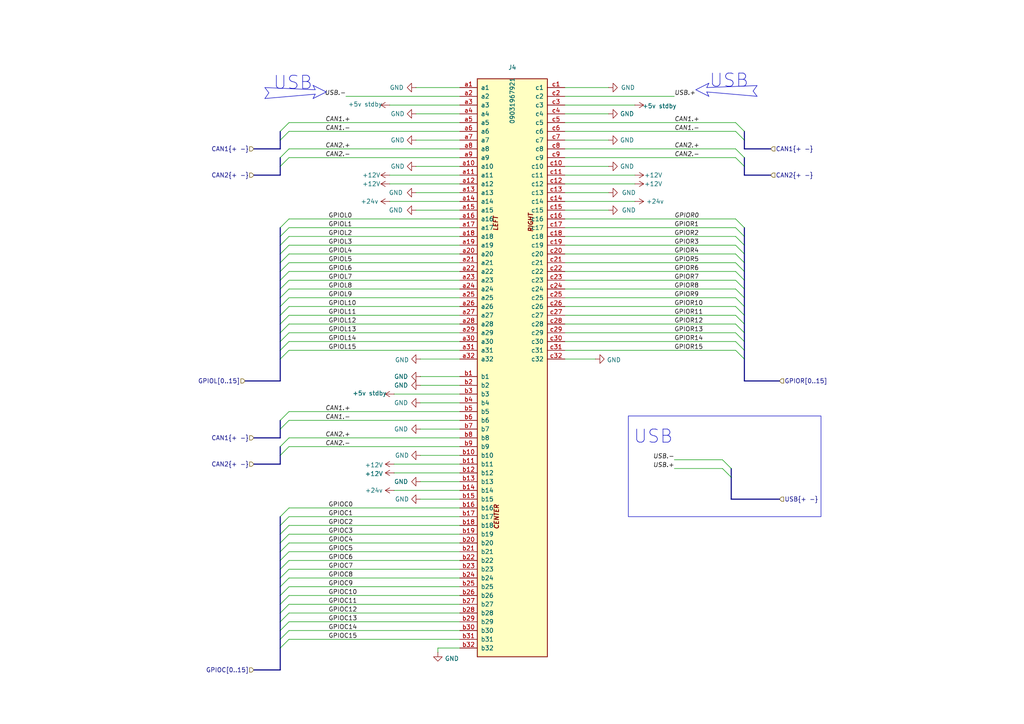
<source format=kicad_sch>
(kicad_sch (version 20231120) (generator "eeschema") (generator_version "8.0")
  (paper "A4")
  (title_block (title "DIN41612 connector breakout") (date "2024-11-14") (rev "A") (company "ModuCard system") (comment 1 "Artem Horiunov"))
  (bus_entry (at 83.82 81.28) (size -2.54 2.54))
  (bus_entry (at 213.36 35.56) (size 2.54 2.54))
  (bus_entry (at 83.82 93.98) (size -2.54 2.54))
  (bus_entry (at 83.82 154.94) (size -2.54 2.54))
  (bus_entry (at 83.82 45.72) (size -2.54 2.54))
  (bus_entry (at 213.36 96.52) (size 2.54 2.54))
  (bus_entry (at 83.82 180.34) (size -2.54 2.54))
  (bus_entry (at 213.36 68.58) (size 2.54 2.54))
  (bus_entry (at 83.82 170.18) (size -2.54 2.54))
  (bus_entry (at 213.36 76.2) (size 2.54 2.54))
  (bus_entry (at 213.36 93.98) (size 2.54 2.54))
  (bus_entry (at 83.82 165.1) (size -2.54 2.54))
  (bus_entry (at 209.55 135.89) (size 2.54 2.54))
  (bus_entry (at 209.55 133.35) (size 2.54 2.54))
  (bus_entry (at 83.82 38.1) (size -2.54 2.54))
  (bus_entry (at 83.82 119.38) (size -2.54 2.54))
  (bus_entry (at 83.82 152.4) (size -2.54 2.54))
  (bus_entry (at 83.82 35.56) (size -2.54 2.54))
  (bus_entry (at 83.82 88.9) (size -2.54 2.54))
  (bus_entry (at 213.36 78.74) (size 2.54 2.54))
  (bus_entry (at 83.82 66.04) (size -2.54 2.54))
  (bus_entry (at 83.82 177.8) (size -2.54 2.54))
  (bus_entry (at 83.82 157.48) (size -2.54 2.54))
  (bus_entry (at 213.36 38.1) (size 2.54 2.54))
  (bus_entry (at 213.36 71.12) (size 2.54 2.54))
  (bus_entry (at 83.82 175.26) (size -2.54 2.54))
  (bus_entry (at 83.82 149.86) (size -2.54 2.54))
  (bus_entry (at 83.82 99.06) (size -2.54 2.54))
  (bus_entry (at 83.82 91.44) (size -2.54 2.54))
  (bus_entry (at 213.36 66.04) (size 2.54 2.54))
  (bus_entry (at 83.82 78.74) (size -2.54 2.54))
  (bus_entry (at 83.82 96.52) (size -2.54 2.54))
  (bus_entry (at 83.82 182.88) (size -2.54 2.54))
  (bus_entry (at 83.82 76.2) (size -2.54 2.54))
  (bus_entry (at 83.82 127) (size -2.54 2.54))
  (bus_entry (at 83.82 101.6) (size -2.54 2.54))
  (bus_entry (at 83.82 167.64) (size -2.54 2.54))
  (bus_entry (at 83.82 121.92) (size -2.54 2.54))
  (bus_entry (at 213.36 81.28) (size 2.54 2.54))
  (bus_entry (at 83.82 129.54) (size -2.54 2.54))
  (bus_entry (at 83.82 160.02) (size -2.54 2.54))
  (bus_entry (at 83.82 71.12) (size -2.54 2.54))
  (bus_entry (at 83.82 172.72) (size -2.54 2.54))
  (bus_entry (at 83.82 63.5) (size -2.54 2.54))
  (bus_entry (at 213.36 91.44) (size 2.54 2.54))
  (bus_entry (at 83.82 83.82) (size -2.54 2.54))
  (bus_entry (at 213.36 43.18) (size 2.54 2.54))
  (bus_entry (at 83.82 147.32) (size -2.54 2.54))
  (bus_entry (at 213.36 86.36) (size 2.54 2.54))
  (bus_entry (at 213.36 101.6) (size 2.54 2.54))
  (bus_entry (at 83.82 68.58) (size -2.54 2.54))
  (bus_entry (at 213.36 45.72) (size 2.54 2.54))
  (bus_entry (at 213.36 63.5) (size 2.54 2.54))
  (bus_entry (at 83.82 185.42) (size -2.54 2.54))
  (bus_entry (at 213.36 73.66) (size 2.54 2.54))
  (bus_entry (at 83.82 86.36) (size -2.54 2.54))
  (bus_entry (at 83.82 73.66) (size -2.54 2.54))
  (bus_entry (at 83.82 43.18) (size -2.54 2.54))
  (bus_entry (at 213.36 88.9) (size 2.54 2.54))
  (bus_entry (at 83.82 162.56) (size -2.54 2.54))
  (bus_entry (at 213.36 99.06) (size 2.54 2.54))
  (bus_entry (at 213.36 83.82) (size 2.54 2.54))
  (bus (pts (xy 81.28 157.48) (xy 81.28 160.02)))
  (bus (pts (xy 223.52 50.8) (xy 215.9 50.8)))
  (bus (pts (xy 81.28 93.98) (xy 81.28 96.52)))
  (wire (pts (xy 213.36 76.2) (xy 163.83 76.2)))
  (wire (pts (xy 133.35 83.82) (xy 83.82 83.82)))
  (wire (pts (xy 121.92 111.76) (xy 133.35 111.76)))
  (polyline (pts (xy 76.835 25.4) (xy 91.44 26.035)))
  (bus (pts (xy 215.9 40.64) (xy 215.9 43.18)))
  (wire (pts (xy 213.36 35.56) (xy 163.83 35.56)))
  (wire (pts (xy 121.92 132.08) (xy 133.35 132.08)))
  (bus (pts (xy 81.28 182.88) (xy 81.28 185.42)))
  (wire (pts (xy 133.35 185.42) (xy 83.82 185.42)))
  (wire (pts (xy 120.65 55.88) (xy 133.35 55.88)))
  (wire (pts (xy 213.36 38.1) (xy 163.83 38.1)))
  (wire (pts (xy 127 189.23) (xy 127 187.96)))
  (wire (pts (xy 133.35 172.72) (xy 83.82 172.72)))
  (polyline (pts (xy 77.978 26.924) (xy 76.835 25.4)))
  (wire (pts (xy 121.92 116.84) (xy 133.35 116.84)))
  (bus (pts (xy 81.28 71.12) (xy 81.28 73.66)))
  (wire (pts (xy 213.36 101.6) (xy 163.83 101.6)))
  (wire (pts (xy 133.35 99.06) (xy 83.82 99.06)))
  (bus (pts (xy 81.28 99.06) (xy 81.28 101.6)))
  (bus (pts (xy 215.9 45.72) (xy 215.9 48.26)))
  (bus (pts (xy 81.28 86.36) (xy 81.28 88.9)))
  (bus (pts (xy 212.09 135.89) (xy 212.09 138.43)))
  (polyline (pts (xy 201.803 26.035) (xy 205.613 27.94)))
  (wire (pts (xy 121.92 104.14) (xy 133.35 104.14)))
  (bus (pts (xy 81.28 66.04) (xy 81.28 68.58)))
  (wire (pts (xy 133.35 93.98) (xy 83.82 93.98)))
  (wire (pts (xy 100.33 27.94) (xy 133.35 27.94)))
  (bus (pts (xy 81.28 170.18) (xy 81.28 172.72)))
  (wire (pts (xy 83.82 127) (xy 133.35 127)))
  (wire (pts (xy 133.35 177.8) (xy 83.82 177.8)))
  (wire (pts (xy 195.58 135.89) (xy 209.55 135.89)))
  (bus (pts (xy 81.28 81.28) (xy 81.28 83.82)))
  (wire (pts (xy 83.82 35.56) (xy 133.35 35.56)))
  (wire (pts (xy 83.82 45.72) (xy 133.35 45.72)))
  (bus (pts (xy 81.28 154.94) (xy 81.28 157.48)))
  (bus (pts (xy 73.66 127) (xy 81.28 127)))
  (wire (pts (xy 133.35 96.52) (xy 83.82 96.52)))
  (wire (pts (xy 176.53 48.26) (xy 163.83 48.26)))
  (wire (pts (xy 133.35 88.9) (xy 83.82 88.9)))
  (polyline (pts (xy 204.978 25.4) (xy 205.613 24.13)))
  (bus (pts (xy 215.9 81.28) (xy 215.9 83.82)))
  (wire (pts (xy 163.83 66.04) (xy 213.36 66.04)))
  (bus (pts (xy 81.28 165.1) (xy 81.28 167.64)))
  (bus (pts (xy 81.28 110.49) (xy 71.12 110.49)))
  (bus (pts (xy 215.9 93.98) (xy 215.9 96.52)))
  (wire (pts (xy 114.3 142.24) (xy 133.35 142.24)))
  (wire (pts (xy 163.83 30.48) (xy 184.15 30.48)))
  (wire (pts (xy 133.35 170.18) (xy 83.82 170.18)))
  (bus (pts (xy 81.28 132.08) (xy 81.28 134.62)))
  (wire (pts (xy 133.35 81.28) (xy 83.82 81.28)))
  (wire (pts (xy 184.15 50.8) (xy 163.83 50.8)))
  (wire (pts (xy 163.83 68.58) (xy 213.36 68.58)))
  (polyline (pts (xy 205.613 24.13) (xy 201.803 26.035)))
  (bus (pts (xy 215.9 48.26) (xy 215.9 50.8)))
  (bus (pts (xy 215.9 38.1) (xy 215.9 40.64)))
  (wire (pts (xy 120.65 60.96) (xy 133.35 60.96)))
  (wire (pts (xy 120.65 33.02) (xy 133.35 33.02)))
  (wire (pts (xy 121.92 124.46) (xy 133.35 124.46)))
  (wire (pts (xy 127 187.96) (xy 133.35 187.96)))
  (wire (pts (xy 83.82 129.54) (xy 133.35 129.54)))
  (wire (pts (xy 163.83 40.64) (xy 176.53 40.64)))
  (bus (pts (xy 81.28 121.92) (xy 81.28 124.46)))
  (wire (pts (xy 163.83 25.4) (xy 176.53 25.4)))
  (bus (pts (xy 81.28 76.2) (xy 81.28 78.74)))
  (wire (pts (xy 120.65 48.26) (xy 133.35 48.26)))
  (wire (pts (xy 213.36 81.28) (xy 163.83 81.28)))
  (bus (pts (xy 215.9 91.44) (xy 215.9 93.98)))
  (wire (pts (xy 83.82 43.18) (xy 133.35 43.18)))
  (bus (pts (xy 81.28 48.26) (xy 81.28 50.8)))
  (bus (pts (xy 81.28 194.31) (xy 73.66 194.31)))
  (polyline (pts (xy 91.44 27.305) (xy 76.835 28.575)))
  (wire (pts (xy 133.35 101.6) (xy 83.82 101.6)))
  (bus (pts (xy 81.28 167.64) (xy 81.28 170.18)))
  (wire (pts (xy 133.35 175.26) (xy 83.82 175.26)))
  (wire (pts (xy 163.83 60.96) (xy 176.53 60.96)))
  (wire (pts (xy 114.3 137.16) (xy 133.35 137.16)))
  (wire (pts (xy 83.82 121.92) (xy 133.35 121.92)))
  (bus (pts (xy 81.28 104.14) (xy 81.28 110.49)))
  (bus (pts (xy 81.28 177.8) (xy 81.28 180.34)))
  (wire (pts (xy 133.35 162.56) (xy 83.82 162.56)))
  (bus (pts (xy 215.9 104.14) (xy 215.9 110.49)))
  (bus (pts (xy 215.9 83.82) (xy 215.9 86.36)))
  (wire (pts (xy 120.65 25.4) (xy 133.35 25.4)))
  (bus (pts (xy 215.9 66.04) (xy 215.9 68.58)))
  (bus (pts (xy 215.9 68.58) (xy 215.9 71.12)))
  (bus (pts (xy 73.66 43.18) (xy 81.28 43.18)))
  (bus (pts (xy 81.28 175.26) (xy 81.28 177.8)))
  (polyline (pts (xy 218.44 26.416) (xy 219.5663 24.8237)))
  (wire (pts (xy 213.36 99.06) (xy 163.83 99.06)))
  (bus (pts (xy 81.28 180.34) (xy 81.28 182.88)))
  (bus (pts (xy 215.9 76.2) (xy 215.9 78.74)))
  (bus (pts (xy 81.28 185.42) (xy 81.28 187.96)))
  (bus (pts (xy 81.28 124.46) (xy 81.28 127)))
  (wire (pts (xy 195.58 133.35) (xy 209.55 133.35)))
  (bus (pts (xy 215.9 101.6) (xy 215.9 104.14)))
  (wire (pts (xy 83.82 149.86) (xy 133.35 149.86)))
  (polyline (pts (xy 204.978 26.67) (xy 219.583 27.94)))
  (wire (pts (xy 213.36 83.82) (xy 163.83 83.82)))
  (bus (pts (xy 212.09 144.78) (xy 226.06 144.78)))
  (bus (pts (xy 81.28 40.64) (xy 81.28 43.18)))
  (polyline (pts (xy 94.615 26.67) (xy 90.805 28.575)))
  (wire (pts (xy 213.36 88.9) (xy 163.83 88.9)))
  (wire (pts (xy 83.82 147.32) (xy 133.35 147.32)))
  (bus (pts (xy 81.28 149.86) (xy 81.28 152.4)))
  (polyline (pts (xy 76.835 28.575) (xy 77.978 26.924)))
  (wire (pts (xy 163.83 33.02) (xy 176.53 33.02)))
  (wire (pts (xy 133.35 180.34) (xy 83.82 180.34)))
  (wire (pts (xy 133.35 86.36) (xy 83.82 86.36)))
  (bus (pts (xy 81.28 38.1) (xy 81.28 40.64)))
  (wire (pts (xy 172.72 104.14) (xy 163.83 104.14)))
  (wire (pts (xy 213.36 71.12) (xy 163.83 71.12)))
  (wire (pts (xy 163.83 27.94) (xy 195.58 27.94)))
  (bus (pts (xy 215.9 73.66) (xy 215.9 76.2)))
  (wire (pts (xy 114.3 134.62) (xy 133.35 134.62)))
  (wire (pts (xy 133.35 154.94) (xy 83.82 154.94)))
  (wire (pts (xy 83.82 119.38) (xy 133.35 119.38)))
  (bus (pts (xy 81.28 96.52) (xy 81.28 99.06)))
  (bus (pts (xy 215.9 78.74) (xy 215.9 81.28)))
  (wire (pts (xy 83.82 152.4) (xy 133.35 152.4)))
  (wire (pts (xy 163.83 58.42) (xy 184.15 58.42)))
  (wire (pts (xy 114.3 114.3) (xy 133.35 114.3)))
  (wire (pts (xy 213.36 93.98) (xy 163.83 93.98)))
  (bus (pts (xy 81.28 129.54) (xy 81.28 132.08)))
  (bus (pts (xy 81.28 187.96) (xy 81.28 194.31)))
  (bus (pts (xy 215.9 96.52) (xy 215.9 99.06)))
  (wire (pts (xy 213.36 78.74) (xy 163.83 78.74)))
  (wire (pts (xy 83.82 68.58) (xy 133.35 68.58)))
  (bus (pts (xy 81.28 101.6) (xy 81.28 104.14)))
  (polyline (pts (xy 91.44 26.035) (xy 90.805 24.765)))
  (wire (pts (xy 133.35 78.74) (xy 83.82 78.74)))
  (wire (pts (xy 121.92 144.78) (xy 133.35 144.78)))
  (bus (pts (xy 81.28 88.9) (xy 81.28 91.44)))
  (bus (pts (xy 81.28 78.74) (xy 81.28 81.28)))
  (wire (pts (xy 163.83 63.5) (xy 213.36 63.5)))
  (wire (pts (xy 213.36 86.36) (xy 163.83 86.36)))
  (wire (pts (xy 133.35 73.66) (xy 83.82 73.66)))
  (wire (pts (xy 133.35 167.64) (xy 83.82 167.64)))
  (polyline (pts (xy 205.613 27.94) (xy 204.978 26.67)))
  (wire (pts (xy 133.35 76.2) (xy 83.82 76.2)))
  (bus (pts (xy 215.9 110.49) (xy 226.06 110.49)))
  (bus (pts (xy 81.28 162.56) (xy 81.28 165.1)))
  (wire (pts (xy 120.65 40.64) (xy 133.35 40.64)))
  (wire (pts (xy 213.36 91.44) (xy 163.83 91.44)))
  (polyline (pts (xy 219.583 27.94) (xy 218.44 26.416)))
  (bus (pts (xy 215.9 71.12) (xy 215.9 73.66)))
  (bus (pts (xy 73.66 50.8) (xy 81.28 50.8)))
  (bus (pts (xy 81.28 160.02) (xy 81.28 162.56)))
  (polyline (pts (xy 90.805 24.765) (xy 94.615 26.67)))
  (bus (pts (xy 215.9 86.36) (xy 215.9 88.9)))
  (wire (pts (xy 213.36 45.72) (xy 163.83 45.72)))
  (bus (pts (xy 81.28 68.58) (xy 81.28 71.12)))
  (bus (pts (xy 81.28 172.72) (xy 81.28 175.26)))
  (wire (pts (xy 121.92 109.22) (xy 133.35 109.22)))
  (wire (pts (xy 113.03 53.34) (xy 133.35 53.34)))
  (wire (pts (xy 83.82 63.5) (xy 133.35 63.5)))
  (wire (pts (xy 113.03 50.8) (xy 133.35 50.8)))
  (wire (pts (xy 133.35 182.88) (xy 83.82 182.88)))
  (wire (pts (xy 213.36 73.66) (xy 163.83 73.66)))
  (bus (pts (xy 73.66 134.62) (xy 81.28 134.62)))
  (polyline (pts (xy 90.805 28.575) (xy 91.44 27.305)))
  (wire (pts (xy 133.35 165.1) (xy 83.82 165.1)))
  (wire (pts (xy 163.83 53.34) (xy 184.15 53.34)))
  (polyline (pts (xy 219.5663 24.8237) (xy 204.978 25.4)))
  (bus (pts (xy 215.9 88.9) (xy 215.9 91.44)))
  (bus (pts (xy 81.28 152.4) (xy 81.28 154.94)))
  (wire (pts (xy 121.92 139.7) (xy 133.35 139.7)))
  (bus (pts (xy 81.28 73.66) (xy 81.28 76.2)))
  (wire (pts (xy 113.03 58.42) (xy 133.35 58.42)))
  (wire (pts (xy 83.82 38.1) (xy 133.35 38.1)))
  (bus (pts (xy 223.52 43.18) (xy 215.9 43.18)))
  (wire (pts (xy 113.03 30.48) (xy 133.35 30.48)))
  (wire (pts (xy 133.35 91.44) (xy 83.82 91.44)))
  (bus (pts (xy 212.09 138.43) (xy 212.09 144.78)))
  (wire (pts (xy 133.35 157.48) (xy 83.82 157.48)))
  (wire (pts (xy 133.35 160.02) (xy 83.82 160.02)))
  (wire (pts (xy 163.83 55.88) (xy 176.53 55.88)))
  (bus (pts (xy 81.28 83.82) (xy 81.28 86.36)))
  (bus (pts (xy 81.28 91.44) (xy 81.28 93.98)))
  (wire (pts (xy 213.36 96.52) (xy 163.83 96.52)))
  (wire (pts (xy 213.36 43.18) (xy 163.83 43.18)))
  (bus (pts (xy 215.9 99.06) (xy 215.9 101.6)))
  (wire (pts (xy 133.35 71.12) (xy 83.82 71.12)))
  (bus (pts (xy 81.28 45.72) (xy 81.28 48.26)))
  (wire (pts (xy 83.82 66.04) (xy 133.35 66.04)))
  (rectangle (start 182.245 120.65) (end 238.125 149.86))
  (text "USB\n" (at 189.484 126.746 0) (effects (font (size 3.81 3.81))))
  (text "USB\n" (at 84.963 24.13 0) (effects (font (size 3.81 3.81))))
  (text "USB\n" (at 211.455 23.495 0) (effects (font (size 3.81 3.81))))
  (label "GPIOR6" (at 195.58 78.74 0))
  (label "GPIOC9" (at 95.25 170.18 0))
  (label "USB.-" (at 195.58 133.35 180) (effects (font (italic yes))))
  (label "GPIOL5" (at 95.25 76.2 0))
  (label "GPIOR15" (at 195.58 101.6 0))
  (label "GPIOR12" (at 195.58 93.98 0))
  (label "GPIOC4" (at 95.25 157.48 0))
  (label "GPIOL14" (at 95.25 99.06 0))
  (label "CAN1.-" (at 195.58 38.1 0) (effects (font (italic yes))))
  (label "GPIOR5" (at 195.58 76.2 0))
  (label "GPIOC12" (at 95.25 177.8 0))
  (label "GPIOL15" (at 95.25 101.6 0))
  (label "GPIOL8" (at 95.25 83.82 0))
  (label "USB.-" (at 100.33 27.94 180) (effects (font (italic yes))))
  (label "CAN2.-" (at 101.6 129.54 180) (effects (font (italic yes))))
  (label "GPIOC1" (at 95.25 149.86 0))
  (label "GPIOC8" (at 95.25 167.64 0))
  (label "GPIOL10" (at 95.25 88.9 0))
  (label "CAN2.+" (at 101.6 43.18 180) (effects (font (italic yes))))
  (label "GPIOR14" (at 195.58 99.06 0))
  (label "GPIOL1" (at 95.25 66.04 0))
  (label "GPIOR13" (at 195.58 96.52 0))
  (label "CAN2.-" (at 101.6 45.72 180) (effects (font (italic yes))))
  (label "GPIOR7" (at 195.58 81.28 0))
  (label "GPIOR9" (at 195.58 86.36 0))
  (label "GPIOR2" (at 195.58 68.58 0))
  (label "GPIOL7" (at 95.25 81.28 0))
  (label "GPIOR8" (at 195.58 83.82 0))
  (label "CAN1.-" (at 101.6 38.1 180) (effects (font (italic yes))))
  (label "CAN1.+" (at 101.6 119.38 180) (effects (font (italic yes))))
  (label "GPIOL12" (at 95.25 93.98 0))
  (label "GPIOR1" (at 195.58 66.04 0))
  (label "GPIOC5" (at 95.25 160.02 0))
  (label "GPIOC7" (at 95.25 165.1 0))
  (label "CAN1.+" (at 195.58 35.56 0) (effects (font (italic yes))))
  (label "GPIOC10" (at 95.25 172.72 0))
  (label "GPIOL3" (at 95.25 71.12 0))
  (label "USB.+" (at 195.58 135.89 180) (effects (font (italic yes))))
  (label "GPIOR10" (at 195.58 88.9 0))
  (label "GPIOC14" (at 95.25 182.88 0))
  (label "GPIOL6" (at 95.25 78.74 0))
  (label "GPIOL13" (at 95.25 96.52 0))
  (label "GPIOC3" (at 95.25 154.94 0))
  (label "CAN2.+" (at 101.6 127 180) (effects (font (italic yes))))
  (label "GPIOR11" (at 195.58 91.44 0))
  (label "GPIOC2" (at 95.25 152.4 0))
  (label "GPIOC15" (at 95.25 185.42 0))
  (label "GPIOC13" (at 95.25 180.34 0))
  (label "GPIOL11" (at 95.25 91.44 0))
  (label "GPIOL0" (at 95.25 63.5 0))
  (label "GPIOR0" (at 195.58 63.5 0) (effects (font (italic yes))))
  (label "CAN1.+" (at 101.6 35.56 180) (effects (font (italic yes))))
  (label "GPIOC0" (at 95.25 147.32 0))
  (label "GPIOC11" (at 95.25 175.26 0))
  (label "GPIOC6" (at 95.25 162.56 0))
  (label "GPIOL9" (at 95.25 86.36 0))
  (label "GPIOR3" (at 195.58 71.12 0))
  (label "GPIOL4" (at 95.25 73.66 0))
  (label "CAN2.-" (at 195.58 45.72 0) (effects (font (italic yes))))
  (label "CAN1.-" (at 101.6 121.92 180) (effects (font (italic yes))))
  (label "GPIOL2" (at 95.25 68.58 0))
  (label "USB.+" (at 195.58 27.94 0) (effects (font (italic yes))))
  (label "GPIOR4" (at 195.58 73.66 0))
  (label "CAN2.+" (at 195.58 43.18 0) (effects (font (italic yes))))
  (hierarchical_label "CAN1{+ -}" (shape input) (at 73.66 127 180))
  (hierarchical_label "CAN1{+ -}" (shape input) (at 223.52 43.18 0))
  (hierarchical_label "GPIOR[0..15]" (shape input) (at 226.06 110.49 0))
  (hierarchical_label "USB{+ -}" (shape input) (at 226.06 144.78 0))
  (hierarchical_label "GPIOC[0..15]" (shape input) (at 73.66 194.31 180))
  (hierarchical_label "CAN2{+ -}" (shape input) (at 73.66 50.8 180))
  (hierarchical_label "GPIOL[0..15]" (shape input) (at 71.12 110.49 180))
  (hierarchical_label "CAN1{+ -}" (shape input) (at 73.66 43.18 180))
  (hierarchical_label "CAN2{+ -}" (shape input) (at 73.66 134.62 180))
  (hierarchical_label "CAN2{+ -}" (shape input) (at 223.52 50.8 0))
  (symbol (lib_id "power:+12V") (at 113.03 53.34 90) (mirror x) (unit 1)
    (property "Reference" "#PWR0399" (effects (hide yes)))
    (property "Value" "+12V" (at 107.696 53.34 90))
    (property "Description" "Power symbol creates a global label with name \"+12V\"" (effects (hide yes)))
    (instances (project "ModuCard-System-ActiveBackplane" (path "" (reference "#PWR0399") (unit 1)) (path "" (reference "#PWR0431") (unit 1)) (path "" (reference "#PWR0365") (unit 1)) (path "" (reference "#PWR0541") (unit 1)) (path "" (reference "#PWR0553") (unit 1)) (path "" (reference "#PWR0433") (unit 1)) (path "" (reference "#PWR0467") (unit 1)) (path "" (reference "#PWR0539") (unit 1)) (path "" (reference "#PWR0363") (unit 1)) (path "" (reference "#PWR0465") (unit 1)) (path "" (reference "#PWR0560") (unit 1)) (path "" (reference "#PWR0507") (unit 1)) (path "" (reference "#PWR0505") (unit 1)) (path "" (reference "#PWR0397") (unit 1)) (path "" (reference "#PWR0574") (unit 1)) (path "" (reference "#PWR0573") (unit 1))))
  )
  (symbol (lib_id "power:+12V") (at 184.15 50.8 270) (mirror x) (unit 1)
    (property "Reference" "#PWR0182" (effects (hide yes)))
    (property "Value" "+12V" (at 189.484 50.8 90))
    (property "Description" "Power symbol creates a global label with name \"+12V\"" (effects (hide yes)))
    (instances (project "ModuCard-System-ActiveBackplane" (path "" (reference "#PWR0182") (unit 1)) (path "" (reference "#PWR0216") (unit 1)) (path "" (reference "#PWR0114") (unit 1)) (path "" (reference "#PWR0466") (unit 1)) (path "" (reference "#PWR0506") (unit 1)) (path "" (reference "#PWR0250") (unit 1)) (path "" (reference "#PWR0330") (unit 1)) (path "" (reference "#PWR0432") (unit 1)) (path "" (reference "#PWR026") (unit 1)) (path "" (reference "#PWR0296") (unit 1)) (path "" (reference "#PWR0526") (unit 1)) (path "" (reference "#PWR0398") (unit 1)) (path "" (reference "#PWR0364") (unit 1)) (path "" (reference "#PWR0148") (unit 1)) (path "" (reference "#PWR0546") (unit 1)) (path "" (reference "#PWR0540") (unit 1))))
  )
  (symbol (lib_name "GND_1") (lib_id "power:GND") (at 121.92 124.46 270) (unit 1)
    (property "Reference" "#PWR0197" (effects (hide yes)))
    (property "Value" "GND" (at 116.332 124.46 90))
    (property "Description" "Power symbol creates a global label with name \"GND\" , ground" (effects (hide yes)))
    (instances (project "ModuCard-System-ActiveBackplane" (path "" (reference "#PWR0197") (unit 1)) (path "" (reference "#PWR0231") (unit 1)) (path "" (reference "#PWR0129") (unit 1)) (path "" (reference "#PWR0481") (unit 1)) (path "" (reference "#PWR0521") (unit 1)) (path "" (reference "#PWR0265") (unit 1)) (path "" (reference "#PWR0345") (unit 1)) (path "" (reference "#PWR0447") (unit 1)) (path "" (reference "#PWR041") (unit 1)) (path "" (reference "#PWR0311") (unit 1)) (path "" (reference "#PWR0555") (unit 1)) (path "" (reference "#PWR0413") (unit 1)) (path "" (reference "#PWR0379") (unit 1)) (path "" (reference "#PWR0163") (unit 1)) (path "" (reference "#PWR0623") (unit 1)) (path "" (reference "#PWR0589") (unit 1))))
  )
  (symbol (lib_name "GND_1") (lib_id "power:GND") (at 172.72 104.14 90) (mirror x) (unit 1)
    (property "Reference" "#PWR0192" (effects (hide yes)))
    (property "Value" "GND" (at 178.054 104.394 90))
    (property "Description" "Power symbol creates a global label with name \"GND\" , ground" (effects (hide yes)))
    (instances (project "ModuCard-System-ActiveBackplane" (path "" (reference "#PWR0192") (unit 1)) (path "" (reference "#PWR0226") (unit 1)) (path "" (reference "#PWR0124") (unit 1)) (path "" (reference "#PWR0476") (unit 1)) (path "" (reference "#PWR0516") (unit 1)) (path "" (reference "#PWR0260") (unit 1)) (path "" (reference "#PWR0340") (unit 1)) (path "" (reference "#PWR0442") (unit 1)) (path "" (reference "#PWR036") (unit 1)) (path "" (reference "#PWR0306") (unit 1)) (path "" (reference "#PWR0550") (unit 1)) (path "" (reference "#PWR0408") (unit 1)) (path "" (reference "#PWR0374") (unit 1)) (path "" (reference "#PWR0158") (unit 1)) (path "" (reference "#PWR0618") (unit 1)) (path "" (reference "#PWR0584") (unit 1))))
  )
  (symbol (lib_name "GND_1") (lib_id "power:GND") (at 121.92 116.84 270) (mirror x) (unit 1)
    (property "Reference" "#PWR0196" (effects (hide yes)))
    (property "Value" "GND" (at 116.332 116.84 90))
    (property "Description" "Power symbol creates a global label with name \"GND\" , ground" (effects (hide yes)))
    (instances (project "ModuCard-System-ActiveBackplane" (path "" (reference "#PWR0196") (unit 1)) (path "" (reference "#PWR0230") (unit 1)) (path "" (reference "#PWR0128") (unit 1)) (path "" (reference "#PWR0480") (unit 1)) (path "" (reference "#PWR0520") (unit 1)) (path "" (reference "#PWR0264") (unit 1)) (path "" (reference "#PWR0344") (unit 1)) (path "" (reference "#PWR0446") (unit 1)) (path "" (reference "#PWR040") (unit 1)) (path "" (reference "#PWR0310") (unit 1)) (path "" (reference "#PWR0554") (unit 1)) (path "" (reference "#PWR0412") (unit 1)) (path "" (reference "#PWR0378") (unit 1)) (path "" (reference "#PWR0162") (unit 1)) (path "" (reference "#PWR0622") (unit 1)) (path "" (reference "#PWR0588") (unit 1))))
  )
  (symbol (lib_id "power:GND") (at 176.53 40.64 90) (mirror x) (unit 1)
    (property "Reference" "#PWR0178" (effects (hide yes)))
    (property "Value" "GND" (at 181.864 40.64 90))
    (property "Description" "Power symbol creates a global label with name \"GND\" , ground" (effects (hide yes)))
    (instances (project "ModuCard-System-ActiveBackplane" (path "" (reference "#PWR0178") (unit 1)) (path "" (reference "#PWR0212") (unit 1)) (path "" (reference "#PWR0110") (unit 1)) (path "" (reference "#PWR0462") (unit 1)) (path "" (reference "#PWR0502") (unit 1)) (path "" (reference "#PWR0246") (unit 1)) (path "" (reference "#PWR0326") (unit 1)) (path "" (reference "#PWR0428") (unit 1)) (path "" (reference "#PWR022") (unit 1)) (path "" (reference "#PWR0292") (unit 1)) (path "" (reference "#PWR0536") (unit 1)) (path "" (reference "#PWR0394") (unit 1)) (path "" (reference "#PWR0360") (unit 1)) (path "" (reference "#PWR0144") (unit 1)) (path "" (reference "#PWR0604") (unit 1)) (path "" (reference "#PWR0570") (unit 1))))
  )
  (symbol (lib_id "power:+12V") (at 114.3 137.16 90) (unit 1)
    (property "Reference" "#PWR0200" (effects (hide yes)))
    (property "Value" "+12V" (at 108.458 137.414 90))
    (property "Description" "Power symbol creates a global label with name \"+12V\"" (effects (hide yes)))
    (instances (project "ModuCard-System-ActiveBackplane" (path "" (reference "#PWR0200") (unit 1)) (path "" (reference "#PWR0234") (unit 1)) (path "" (reference "#PWR0132") (unit 1)) (path "" (reference "#PWR0484") (unit 1)) (path "" (reference "#PWR0524") (unit 1)) (path "" (reference "#PWR0268") (unit 1)) (path "" (reference "#PWR0348") (unit 1)) (path "" (reference "#PWR0450") (unit 1)) (path "" (reference "#PWR044") (unit 1)) (path "" (reference "#PWR0314") (unit 1)) (path "" (reference "#PWR0558") (unit 1)) (path "" (reference "#PWR0416") (unit 1)) (path "" (reference "#PWR0382") (unit 1)) (path "" (reference "#PWR0166") (unit 1)) (path "" (reference "#PWR0626") (unit 1)) (path "" (reference "#PWR0592") (unit 1))))
  )
  (symbol (lib_id "power:+12V") (at 184.15 53.34 270) (mirror x) (unit 1)
    (property "Reference" "#PWR0184" (effects (hide yes)))
    (property "Value" "+12V" (at 189.484 53.34 90))
    (property "Description" "Power symbol creates a global label with name \"+12V\"" (effects (hide yes)))
    (instances (project "ModuCard-System-ActiveBackplane" (path "" (reference "#PWR0184") (unit 1)) (path "" (reference "#PWR0218") (unit 1)) (path "" (reference "#PWR0116") (unit 1)) (path "" (reference "#PWR0468") (unit 1)) (path "" (reference "#PWR0508") (unit 1)) (path "" (reference "#PWR0252") (unit 1)) (path "" (reference "#PWR0332") (unit 1)) (path "" (reference "#PWR0434") (unit 1)) (path "" (reference "#PWR028") (unit 1)) (path "" (reference "#PWR0298") (unit 1)) (path "" (reference "#PWR0542") (unit 1)) (path "" (reference "#PWR0400") (unit 1)) (path "" (reference "#PWR0366") (unit 1)) (path "" (reference "#PWR0150") (unit 1)) (path "" (reference "#PWR0610") (unit 1)) (path "" (reference "#PWR0576") (unit 1))))
  )
  (symbol (lib_name "GND_1") (lib_id "power:GND") (at 121.92 111.76 270) (mirror x) (unit 1)
    (property "Reference" "#PWR0194" (effects (hide yes)))
    (property "Value" "GND" (at 116.332 111.76 90))
    (property "Description" "Power symbol creates a global label with name \"GND\" , ground" (effects (hide yes)))
    (instances (project "ModuCard-System-ActiveBackplane" (path "" (reference "#PWR0194") (unit 1)) (path "" (reference "#PWR0228") (unit 1)) (path "" (reference "#PWR0126") (unit 1)) (path "" (reference "#PWR0478") (unit 1)) (path "" (reference "#PWR0518") (unit 1)) (path "" (reference "#PWR0262") (unit 1)) (path "" (reference "#PWR0342") (unit 1)) (path "" (reference "#PWR0444") (unit 1)) (path "" (reference "#PWR038") (unit 1)) (path "" (reference "#PWR0308") (unit 1)) (path "" (reference "#PWR0552") (unit 1)) (path "" (reference "#PWR0410") (unit 1)) (path "" (reference "#PWR0376") (unit 1)) (path "" (reference "#PWR0160") (unit 1)) (path "" (reference "#PWR0620") (unit 1)) (path "" (reference "#PWR0586") (unit 1))))
  )
  (symbol (lib_name "GND_1") (lib_id "power:GND") (at 121.92 139.7 270) (unit 1)
    (property "Reference" "#PWR0201" (effects (hide yes)))
    (property "Value" "GND" (at 116.332 139.7 90))
    (property "Description" "Power symbol creates a global label with name \"GND\" , ground" (effects (hide yes)))
    (instances (project "ModuCard-System-ActiveBackplane" (path "" (reference "#PWR0201") (unit 1)) (path "" (reference "#PWR0235") (unit 1)) (path "" (reference "#PWR0133") (unit 1)) (path "" (reference "#PWR0485") (unit 1)) (path "" (reference "#PWR0525") (unit 1)) (path "" (reference "#PWR0269") (unit 1)) (path "" (reference "#PWR0349") (unit 1)) (path "" (reference "#PWR0451") (unit 1)) (path "" (reference "#PWR045") (unit 1)) (path "" (reference "#PWR0315") (unit 1)) (path "" (reference "#PWR0559") (unit 1)) (path "" (reference "#PWR0417") (unit 1)) (path "" (reference "#PWR0383") (unit 1)) (path "" (reference "#PWR0167") (unit 1)) (path "" (reference "#PWR0627") (unit 1)) (path "" (reference "#PWR0593") (unit 1))))
  )
  (symbol (lib_id "power:+12V") (at 113.03 58.42 90) (mirror x) (unit 1)
    (property "Reference" "#PWR0187" (effects (hide yes)))
    (property "Value" "+24v" (at 107.188 58.42 90))
    (property "Description" "Power symbol creates a global label with name \"+12V\"" (effects (hide yes)))
    (instances (project "ModuCard-System-ActiveBackplane" (path "" (reference "#PWR0187") (unit 1)) (path "" (reference "#PWR0221") (unit 1)) (path "" (reference "#PWR0119") (unit 1)) (path "" (reference "#PWR0471") (unit 1)) (path "" (reference "#PWR0511") (unit 1)) (path "" (reference "#PWR0255") (unit 1)) (path "" (reference "#PWR0335") (unit 1)) (path "" (reference "#PWR0437") (unit 1)) (path "" (reference "#PWR031") (unit 1)) (path "" (reference "#PWR0301") (unit 1)) (path "" (reference "#PWR0545") (unit 1)) (path "" (reference "#PWR0403") (unit 1)) (path "" (reference "#PWR0369") (unit 1)) (path "" (reference "#PWR0153") (unit 1)) (path "" (reference "#PWR0613") (unit 1)) (path "" (reference "#PWR0579") (unit 1))))
  )
  (symbol (lib_id "power:GND") (at 120.65 25.4 270) (mirror x) (unit 1)
    (property "Reference" "#PWR0171" (effects (hide yes)))
    (property "Value" "GND" (at 115.062 25.4 90))
    (property "Description" "Power symbol creates a global label with name \"GND\" , ground" (effects (hide yes)))
    (instances (project "ModuCard-System-ActiveBackplane" (path "" (reference "#PWR0171") (unit 1)) (path "" (reference "#PWR0205") (unit 1)) (path "" (reference "#PWR0103") (unit 1)) (path "" (reference "#PWR0455") (unit 1)) (path "" (reference "#PWR0495") (unit 1)) (path "" (reference "#PWR0239") (unit 1)) (path "" (reference "#PWR0319") (unit 1)) (path "" (reference "#PWR0421") (unit 1)) (path "" (reference "#PWR015") (unit 1)) (path "" (reference "#PWR0285") (unit 1)) (path "" (reference "#PWR0529") (unit 1)) (path "" (reference "#PWR0387") (unit 1)) (path "" (reference "#PWR0353") (unit 1)) (path "" (reference "#PWR0137") (unit 1)) (path "" (reference "#PWR0597") (unit 1)) (path "" (reference "#PWR0563") (unit 1))))
  )
  (symbol (lib_id "power:GND") (at 120.65 48.26 270) (mirror x) (unit 1)
    (property "Reference" "#PWR0179" (effects (hide yes)))
    (property "Value" "GND" (at 115.316 48.26 90))
    (property "Description" "Power symbol creates a global label with name \"GND\" , ground" (effects (hide yes)))
    (instances (project "ModuCard-System-ActiveBackplane" (path "" (reference "#PWR0179") (unit 1)) (path "" (reference "#PWR0213") (unit 1)) (path "" (reference "#PWR0111") (unit 1)) (path "" (reference "#PWR0463") (unit 1)) (path "" (reference "#PWR0503") (unit 1)) (path "" (reference "#PWR0247") (unit 1)) (path "" (reference "#PWR0327") (unit 1)) (path "" (reference "#PWR0429") (unit 1)) (path "" (reference "#PWR023") (unit 1)) (path "" (reference "#PWR0293") (unit 1)) (path "" (reference "#PWR0537") (unit 1)) (path "" (reference "#PWR0395") (unit 1)) (path "" (reference "#PWR0361") (unit 1)) (path "" (reference "#PWR0145") (unit 1)) (path "" (reference "#PWR0605") (unit 1)) (path "" (reference "#PWR0571") (unit 1))))
  )
  (symbol (lib_name "GND_1") (lib_id "power:GND") (at 127 189.23 0) (unit 1)
    (property "Reference" "#PWR0204" (effects (hide yes)))
    (property "Value" "GND" (at 131.064 191.008 0))
    (property "Description" "Power symbol creates a global label with name \"GND\" , ground" (effects (hide yes)))
    (instances (project "ModuCard-System-ActiveBackplane" (path "" (reference "#PWR0204") (unit 1)) (path "" (reference "#PWR0238") (unit 1)) (path "" (reference "#PWR0136") (unit 1)) (path "" (reference "#PWR0488") (unit 1)) (path "" (reference "#PWR0528") (unit 1)) (path "" (reference "#PWR0272") (unit 1)) (path "" (reference "#PWR0352") (unit 1)) (path "" (reference "#PWR0454") (unit 1)) (path "" (reference "#PWR048") (unit 1)) (path "" (reference "#PWR0318") (unit 1)) (path "" (reference "#PWR0562") (unit 1)) (path "" (reference "#PWR0420") (unit 1)) (path "" (reference "#PWR0386") (unit 1)) (path "" (reference "#PWR0170") (unit 1)) (path "" (reference "#PWR0630") (unit 1)) (path "" (reference "#PWR0596") (unit 1))))
  )
  (symbol (lib_id "DIN41612_3x32:09031967921") (at 148.59 106.68 0) (unit 1)
    (property "Reference" "J4" (at 148.59 19.558 0))
    (property "Value" "09031967921" (at 148.59 29.21 90))
    (property "Footprint" "Connector_DIN:DIN41612_R_3x32_Male_Vertical_THT" (effects (hide yes)))
    (property "MF" "Harting" (effects (hide yes)))
    (property "MAXIMUM_PACKAGE_HEIGHT" "11 mm" (effects (hide yes)))
    (property "Package" "None" (effects (hide yes)))
    (property "Price" "None" (effects (hide yes)))
    (property "Check_prices" "https://www.snapeda.com/parts/0903-196-7921/Harting/view-part/?ref=eda" (effects (hide yes)))
    (property "STANDARD" "Manufacturer recommendations" (effects (hide yes)))
    (property "PARTREV" "D" (effects (hide yes)))
    (property "SnapEDA_Link" "https://www.snapeda.com/parts/0903-196-7921/Harting/view-part/?ref=snap" (effects (hide yes)))
    (property "MP" "0903-196-7921" (effects (hide yes)))
    (property "Description_1" "\n                        \n                            CONNECTOR, DIN 41612, PLUG, THT, RA, 96P; Product Range: Type C Series; No. of Contacts: 96Contacts; Gender: Plug; Pitch Spacing: 2.54mm; No. of Rows: 3 Row; Rows Loaded: a + b + c; Contact Plating: Gold Plated Contacts; Contact Material: Brass; No. of Mating Cycles: 50; SVHC: No SVHC (15-Jan-2018); Contact Resistance: 15mohm; Contact Termination: Through Hole Right Angle; Contact Termination Type: Through Hole; Current Rating: 2A; Flammability Rating: UL94V-0; Insulation Resistance: 1000000Mohm; Insulator Material: PET (Polyester); Lead Spacing: 2.54mm; No. of Rows: 3Rows; Operating Temperature Max: 125°C; Operating Temperature Min: -65°C; Termination Method: Solder; Working Voltage: 250V\n                        \n" (effects (hide yes)))
    (property "Availability" "In Stock" (effects (hide yes)))
    (property "MANUFACTURER" "HARTING" (effects (hide yes)))
    (instances (project "ModuCard-System-ActiveBackplane" (path "" (reference "J4") (unit 1)) (path "" (reference "J5") (unit 1)) (path "" (reference "J1") (unit 1)) (path "" (reference "J12") (unit 1)) (path "" (reference "J13") (unit 1)) (path "" (reference "J6") (unit 1)) (path "" (reference "J8") (unit 1)) (path "" (reference "J11") (unit 1)) (path "" (reference "J2") (unit 1)) (path "" (reference "J7") (unit 1)) (path "" (reference "J14") (unit 1)) (path "" (reference "J10") (unit 1)) (path "" (reference "J9") (unit 1)) (path "" (reference "J3") (unit 1)) (path "" (reference "J16") (unit 1)) (path "" (reference "J15") (unit 1))))
  )
  (symbol (lib_name "GND_1") (lib_id "power:GND") (at 121.92 132.08 270) (unit 1)
    (property "Reference" "#PWR0198" (effects (hide yes)))
    (property "Value" "GND" (at 116.586 132.08 90))
    (property "Description" "Power symbol creates a global label with name \"GND\" , ground" (effects (hide yes)))
    (instances (project "ModuCard-System-ActiveBackplane" (path "" (reference "#PWR0198") (unit 1)) (path "" (reference "#PWR0232") (unit 1)) (path "" (reference "#PWR0130") (unit 1)) (path "" (reference "#PWR0482") (unit 1)) (path "" (reference "#PWR0522") (unit 1)) (path "" (reference "#PWR0266") (unit 1)) (path "" (reference "#PWR0346") (unit 1)) (path "" (reference "#PWR0448") (unit 1)) (path "" (reference "#PWR042") (unit 1)) (path "" (reference "#PWR0312") (unit 1)) (path "" (reference "#PWR0556") (unit 1)) (path "" (reference "#PWR0414") (unit 1)) (path "" (reference "#PWR0380") (unit 1)) (path "" (reference "#PWR0164") (unit 1)) (path "" (reference "#PWR0624") (unit 1)) (path "" (reference "#PWR0590") (unit 1))))
  )
  (symbol (lib_id "power:GND") (at 176.53 60.96 90) (mirror x) (unit 1)
    (property "Reference" "#PWR0190" (effects (hide yes)))
    (property "Value" "GND" (at 182.372 60.96 90))
    (property "Description" "Power symbol creates a global label with name \"GND\" , ground" (effects (hide yes)))
    (instances (project "ModuCard-System-ActiveBackplane" (path "" (reference "#PWR0190") (unit 1)) (path "" (reference "#PWR0224") (unit 1)) (path "" (reference "#PWR0122") (unit 1)) (path "" (reference "#PWR0474") (unit 1)) (path "" (reference "#PWR0514") (unit 1)) (path "" (reference "#PWR0258") (unit 1)) (path "" (reference "#PWR0338") (unit 1)) (path "" (reference "#PWR0440") (unit 1)) (path "" (reference "#PWR034") (unit 1)) (path "" (reference "#PWR0304") (unit 1)) (path "" (reference "#PWR0548") (unit 1)) (path "" (reference "#PWR0406") (unit 1)) (path "" (reference "#PWR0372") (unit 1)) (path "" (reference "#PWR0156") (unit 1)) (path "" (reference "#PWR0616") (unit 1)) (path "" (reference "#PWR0582") (unit 1))))
  )
  (symbol (lib_id "power:GND") (at 120.65 40.64 270) (mirror x) (unit 1)
    (property "Reference" "#PWR0177" (effects (hide yes)))
    (property "Value" "GND" (at 115.316 40.64 90))
    (property "Description" "Power symbol creates a global label with name \"GND\" , ground" (effects (hide yes)))
    (instances (project "ModuCard-System-ActiveBackplane" (path "" (reference "#PWR0177") (unit 1)) (path "" (reference "#PWR0211") (unit 1)) (path "" (reference "#PWR0109") (unit 1)) (path "" (reference "#PWR0461") (unit 1)) (path "" (reference "#PWR0501") (unit 1)) (path "" (reference "#PWR0245") (unit 1)) (path "" (reference "#PWR0325") (unit 1)) (path "" (reference "#PWR0427") (unit 1)) (path "" (reference "#PWR021") (unit 1)) (path "" (reference "#PWR0291") (unit 1)) (path "" (reference "#PWR0535") (unit 1)) (path "" (reference "#PWR0393") (unit 1)) (path "" (reference "#PWR0359") (unit 1)) (path "" (reference "#PWR0143") (unit 1)) (path "" (reference "#PWR0603") (unit 1)) (path "" (reference "#PWR0569") (unit 1))))
  )
  (symbol (lib_id "power:+12V") (at 113.03 50.8 90) (mirror x) (unit 1)
    (property "Reference" "#PWR0115" (effects (hide yes)))
    (property "Value" "+12V" (at 107.696 50.8 90))
    (property "Description" "Power symbol creates a global label with name \"+12V\"" (effects (hide yes)))
    (instances (project "ModuCard-System-ActiveBackplane" (path "" (reference "#PWR0115") (unit 1)) (path "" (reference "#PWR0147") (unit 1)) (path "" (reference "#PWR027") (unit 1)) (path "" (reference "#PWR0251") (unit 1)) (path "" (reference "#PWR0295") (unit 1)) (path "" (reference "#PWR0149") (unit 1)) (path "" (reference "#PWR0183") (unit 1)) (path "" (reference "#PWR0249") (unit 1)) (path "" (reference "#PWR025") (unit 1)) (path "" (reference "#PWR0181") (unit 1)) (path "" (reference "#PWR0297") (unit 1)) (path "" (reference "#PWR0217") (unit 1)) (path "" (reference "#PWR0215") (unit 1)) (path "" (reference "#PWR0113") (unit 1)) (path "" (reference "#PWR0331") (unit 1)) (path "" (reference "#PWR0329") (unit 1))))
  )
  (symbol (lib_id "power:+12V") (at 114.3 134.62 90) (unit 1)
    (property "Reference" "#PWR0199" (effects (hide yes)))
    (property "Value" "+12V" (at 108.458 134.874 90))
    (property "Description" "Power symbol creates a global label with name \"+12V\"" (effects (hide yes)))
    (instances (project "ModuCard-System-ActiveBackplane" (path "" (reference "#PWR0199") (unit 1)) (path "" (reference "#PWR0233") (unit 1)) (path "" (reference "#PWR0131") (unit 1)) (path "" (reference "#PWR0483") (unit 1)) (path "" (reference "#PWR0523") (unit 1)) (path "" (reference "#PWR0267") (unit 1)) (path "" (reference "#PWR0347") (unit 1)) (path "" (reference "#PWR0449") (unit 1)) (path "" (reference "#PWR043") (unit 1)) (path "" (reference "#PWR0313") (unit 1)) (path "" (reference "#PWR0557") (unit 1)) (path "" (reference "#PWR0415") (unit 1)) (path "" (reference "#PWR0381") (unit 1)) (path "" (reference "#PWR0165") (unit 1)) (path "" (reference "#PWR0625") (unit 1)) (path "" (reference "#PWR0591") (unit 1))))
  )
  (symbol (lib_id "power:+12V") (at 113.03 30.48 90) (unit 1)
    (property "Reference" "#PWR0173" (effects (hide yes)))
    (property "Value" "+5v stdby" (at 105.918 30.226 90))
    (property "Description" "Power symbol creates a global label with name \"+12V\"" (effects (hide yes)))
    (instances (project "ModuCard-System-ActiveBackplane" (path "" (reference "#PWR0173") (unit 1)) (path "" (reference "#PWR0207") (unit 1)) (path "" (reference "#PWR0105") (unit 1)) (path "" (reference "#PWR0457") (unit 1)) (path "" (reference "#PWR0497") (unit 1)) (path "" (reference "#PWR0241") (unit 1)) (path "" (reference "#PWR0321") (unit 1)) (path "" (reference "#PWR0423") (unit 1)) (path "" (reference "#PWR017") (unit 1)) (path "" (reference "#PWR0287") (unit 1)) (path "" (reference "#PWR0531") (unit 1)) (path "" (reference "#PWR0389") (unit 1)) (path "" (reference "#PWR0355") (unit 1)) (path "" (reference "#PWR0139") (unit 1)) (path "" (reference "#PWR0599") (unit 1)) (path "" (reference "#PWR0565") (unit 1))))
  )
  (symbol (lib_id "power:GND") (at 121.92 104.14 270) (unit 1)
    (property "Reference" "#PWR0191" (effects (hide yes)))
    (property "Value" "GND" (at 116.586 104.394 90))
    (property "Description" "Power symbol creates a global label with name \"GND\" , ground" (effects (hide yes)))
    (instances (project "ModuCard-System-ActiveBackplane" (path "" (reference "#PWR0191") (unit 1)) (path "" (reference "#PWR0225") (unit 1)) (path "" (reference "#PWR0123") (unit 1)) (path "" (reference "#PWR0475") (unit 1)) (path "" (reference "#PWR0515") (unit 1)) (path "" (reference "#PWR0259") (unit 1)) (path "" (reference "#PWR0339") (unit 1)) (path "" (reference "#PWR0441") (unit 1)) (path "" (reference "#PWR035") (unit 1)) (path "" (reference "#PWR0305") (unit 1)) (path "" (reference "#PWR0549") (unit 1)) (path "" (reference "#PWR0407") (unit 1)) (path "" (reference "#PWR0373") (unit 1)) (path "" (reference "#PWR0157") (unit 1)) (path "" (reference "#PWR0617") (unit 1)) (path "" (reference "#PWR0583") (unit 1))))
  )
  (symbol (lib_id "power:GND") (at 120.65 55.88 270) (mirror x) (unit 1)
    (property "Reference" "#PWR0185" (effects (hide yes)))
    (property "Value" "GND" (at 114.808 55.88 90))
    (property "Description" "Power symbol creates a global label with name \"GND\" , ground" (effects (hide yes)))
    (instances (project "ModuCard-System-ActiveBackplane" (path "" (reference "#PWR0185") (unit 1)) (path "" (reference "#PWR0219") (unit 1)) (path "" (reference "#PWR0117") (unit 1)) (path "" (reference "#PWR0469") (unit 1)) (path "" (reference "#PWR0509") (unit 1)) (path "" (reference "#PWR0253") (unit 1)) (path "" (reference "#PWR0333") (unit 1)) (path "" (reference "#PWR0435") (unit 1)) (path "" (reference "#PWR029") (unit 1)) (path "" (reference "#PWR0299") (unit 1)) (path "" (reference "#PWR0543") (unit 1)) (path "" (reference "#PWR0401") (unit 1)) (path "" (reference "#PWR0367") (unit 1)) (path "" (reference "#PWR0151") (unit 1)) (path "" (reference "#PWR0611") (unit 1)) (path "" (reference "#PWR0577") (unit 1))))
  )
  (symbol (lib_id "power:+12V") (at 114.3 142.24 90) (mirror x) (unit 1)
    (property "Reference" "#PWR0202" (effects (hide yes)))
    (property "Value" "+24v" (at 108.458 142.24 90))
    (property "Description" "Power symbol creates a global label with name \"+12V\"" (effects (hide yes)))
    (instances (project "ModuCard-System-ActiveBackplane" (path "" (reference "#PWR0202") (unit 1)) (path "" (reference "#PWR0236") (unit 1)) (path "" (reference "#PWR0134") (unit 1)) (path "" (reference "#PWR0384") (unit 1)) (path "" (reference "#PWR0411") (unit 1)) (path "" (reference "#PWR0270") (unit 1)) (path "" (reference "#PWR0316") (unit 1)) (path "" (reference "#PWR0377") (unit 1)) (path "" (reference "#PWR046") (unit 1)) (path "" (reference "#PWR0309") (unit 1)) (path "" (reference "#PWR0418") (unit 1)) (path "" (reference "#PWR0350") (unit 1)) (path "" (reference "#PWR0343") (unit 1)) (path "" (reference "#PWR0168") (unit 1)) (path "" (reference "#PWR0452") (unit 1)) (path "" (reference "#PWR0445") (unit 1))))
  )
  (symbol (lib_id "power:GND") (at 176.53 55.88 90) (mirror x) (unit 1)
    (property "Reference" "#PWR0186" (effects (hide yes)))
    (property "Value" "GND" (at 182.372 55.88 90))
    (property "Description" "Power symbol creates a global label with name \"GND\" , ground" (effects (hide yes)))
    (instances (project "ModuCard-System-ActiveBackplane" (path "" (reference "#PWR0186") (unit 1)) (path "" (reference "#PWR0220") (unit 1)) (path "" (reference "#PWR0118") (unit 1)) (path "" (reference "#PWR0470") (unit 1)) (path "" (reference "#PWR0510") (unit 1)) (path "" (reference "#PWR0254") (unit 1)) (path "" (reference "#PWR0334") (unit 1)) (path "" (reference "#PWR0436") (unit 1)) (path "" (reference "#PWR030") (unit 1)) (path "" (reference "#PWR0300") (unit 1)) (path "" (reference "#PWR0544") (unit 1)) (path "" (reference "#PWR0402") (unit 1)) (path "" (reference "#PWR0368") (unit 1)) (path "" (reference "#PWR0152") (unit 1)) (path "" (reference "#PWR0612") (unit 1)) (path "" (reference "#PWR0578") (unit 1))))
  )
  (symbol (lib_id "power:+12V") (at 184.15 58.42 270) (mirror x) (unit 1)
    (property "Reference" "#PWR0188" (effects (hide yes)))
    (property "Value" "+24v" (at 189.992 58.42 90))
    (property "Description" "Power symbol creates a global label with name \"+12V\"" (effects (hide yes)))
    (instances (project "ModuCard-System-ActiveBackplane" (path "" (reference "#PWR0188") (unit 1)) (path "" (reference "#PWR0222") (unit 1)) (path "" (reference "#PWR0120") (unit 1)) (path "" (reference "#PWR0472") (unit 1)) (path "" (reference "#PWR0479") (unit 1)) (path "" (reference "#PWR0256") (unit 1)) (path "" (reference "#PWR0336") (unit 1)) (path "" (reference "#PWR0438") (unit 1)) (path "" (reference "#PWR032") (unit 1)) (path "" (reference "#PWR0302") (unit 1)) (path "" (reference "#PWR0486") (unit 1)) (path "" (reference "#PWR0404") (unit 1)) (path "" (reference "#PWR0370") (unit 1)) (path "" (reference "#PWR0154") (unit 1)) (path "" (reference "#PWR0519") (unit 1)) (path "" (reference "#PWR0512") (unit 1))))
  )
  (symbol (lib_id "power:GND") (at 120.65 60.96 270) (mirror x) (unit 1)
    (property "Reference" "#PWR0189" (effects (hide yes)))
    (property "Value" "GND" (at 114.808 60.96 90))
    (property "Description" "Power symbol creates a global label with name \"GND\" , ground" (effects (hide yes)))
    (instances (project "ModuCard-System-ActiveBackplane" (path "" (reference "#PWR0189") (unit 1)) (path "" (reference "#PWR0223") (unit 1)) (path "" (reference "#PWR0121") (unit 1)) (path "" (reference "#PWR0473") (unit 1)) (path "" (reference "#PWR0513") (unit 1)) (path "" (reference "#PWR0257") (unit 1)) (path "" (reference "#PWR0337") (unit 1)) (path "" (reference "#PWR0439") (unit 1)) (path "" (reference "#PWR033") (unit 1)) (path "" (reference "#PWR0303") (unit 1)) (path "" (reference "#PWR0547") (unit 1)) (path "" (reference "#PWR0405") (unit 1)) (path "" (reference "#PWR0371") (unit 1)) (path "" (reference "#PWR0155") (unit 1)) (path "" (reference "#PWR0615") (unit 1)) (path "" (reference "#PWR0581") (unit 1))))
  )
  (symbol (lib_id "power:GND") (at 176.53 25.4 90) (mirror x) (unit 1)
    (property "Reference" "#PWR0172" (effects (hide yes)))
    (property "Value" "GND" (at 182.118 25.4 90))
    (property "Description" "Power symbol creates a global label with name \"GND\" , ground" (effects (hide yes)))
    (instances (project "ModuCard-System-ActiveBackplane" (path "" (reference "#PWR0172") (unit 1)) (path "" (reference "#PWR0206") (unit 1)) (path "" (reference "#PWR0104") (unit 1)) (path "" (reference "#PWR0456") (unit 1)) (path "" (reference "#PWR0496") (unit 1)) (path "" (reference "#PWR0240") (unit 1)) (path "" (reference "#PWR0320") (unit 1)) (path "" (reference "#PWR0422") (unit 1)) (path "" (reference "#PWR016") (unit 1)) (path "" (reference "#PWR0286") (unit 1)) (path "" (reference "#PWR0530") (unit 1)) (path "" (reference "#PWR0388") (unit 1)) (path "" (reference "#PWR0354") (unit 1)) (path "" (reference "#PWR0138") (unit 1)) (path "" (reference "#PWR0598") (unit 1)) (path "" (reference "#PWR0564") (unit 1))))
  )
  (symbol (lib_id "power:GND") (at 176.53 33.02 90) (mirror x) (unit 1)
    (property "Reference" "#PWR0176" (effects (hide yes)))
    (property "Value" "GND" (at 181.864 33.02 90))
    (property "Description" "Power symbol creates a global label with name \"GND\" , ground" (effects (hide yes)))
    (instances (project "ModuCard-System-ActiveBackplane" (path "" (reference "#PWR0176") (unit 1)) (path "" (reference "#PWR0210") (unit 1)) (path "" (reference "#PWR0108") (unit 1)) (path "" (reference "#PWR0460") (unit 1)) (path "" (reference "#PWR0500") (unit 1)) (path "" (reference "#PWR0244") (unit 1)) (path "" (reference "#PWR0324") (unit 1)) (path "" (reference "#PWR0426") (unit 1)) (path "" (reference "#PWR020") (unit 1)) (path "" (reference "#PWR0290") (unit 1)) (path "" (reference "#PWR0534") (unit 1)) (path "" (reference "#PWR0392") (unit 1)) (path "" (reference "#PWR0358") (unit 1)) (path "" (reference "#PWR0142") (unit 1)) (path "" (reference "#PWR0602") (unit 1)) (path "" (reference "#PWR0568") (unit 1))))
  )
  (symbol (lib_name "GND_1") (lib_id "power:GND") (at 121.92 109.22 270) (mirror x) (unit 1)
    (property "Reference" "#PWR0193" (effects (hide yes)))
    (property "Value" "GND" (at 116.332 109.22 90))
    (property "Description" "Power symbol creates a global label with name \"GND\" , ground" (effects (hide yes)))
    (instances (project "ModuCard-System-ActiveBackplane" (path "" (reference "#PWR0193") (unit 1)) (path "" (reference "#PWR0227") (unit 1)) (path "" (reference "#PWR0125") (unit 1)) (path "" (reference "#PWR0477") (unit 1)) (path "" (reference "#PWR0517") (unit 1)) (path "" (reference "#PWR0261") (unit 1)) (path "" (reference "#PWR0341") (unit 1)) (path "" (reference "#PWR0443") (unit 1)) (path "" (reference "#PWR037") (unit 1)) (path "" (reference "#PWR0307") (unit 1)) (path "" (reference "#PWR0551") (unit 1)) (path "" (reference "#PWR0409") (unit 1)) (path "" (reference "#PWR0375") (unit 1)) (path "" (reference "#PWR0159") (unit 1)) (path "" (reference "#PWR0619") (unit 1)) (path "" (reference "#PWR0585") (unit 1))))
  )
  (symbol (lib_id "power:+12V") (at 114.3 114.3 90) (unit 1)
    (property "Reference" "#PWR014" (effects (hide yes)))
    (property "Value" "+5v stdby" (at 107.188 114.046 90))
    (property "Description" "Power symbol creates a global label with name \"+12V\"" (effects (hide yes)))
    (instances (project "ModuCard-System-ActiveBackplane" (path "" (reference "#PWR014") (unit 1)) (path "" (reference "#PWR039") (unit 1)) (path "" (reference "#PWR08") (unit 1)) (path "" (reference "#PWR0127") (unit 1)) (path "" (reference "#PWR0161") (unit 1)) (path "" (reference "#PWR069") (unit 1)) (path "" (reference "#PWR074") (unit 1)) (path "" (reference "#PWR096") (unit 1)) (path "" (reference "#PWR07") (unit 1)) (path "" (reference "#PWR073") (unit 1)) (path "" (reference "#PWR0195") (unit 1)) (path "" (reference "#PWR095") (unit 1)) (path "" (reference "#PWR094") (unit 1)) (path "" (reference "#PWR013") (unit 1)) (path "" (reference "#PWR0263") (unit 1)) (path "" (reference "#PWR0229") (unit 1))))
  )
  (symbol (lib_id "power:+12V") (at 184.15 30.48 270) (unit 1)
    (property "Reference" "#PWR0174" (effects (hide yes)))
    (property "Value" "+5v stdby" (at 191.262 30.734 90))
    (property "Description" "Power symbol creates a global label with name \"+12V\"" (effects (hide yes)))
    (instances (project "ModuCard-System-ActiveBackplane" (path "" (reference "#PWR0174") (unit 1)) (path "" (reference "#PWR0208") (unit 1)) (path "" (reference "#PWR0106") (unit 1)) (path "" (reference "#PWR0458") (unit 1)) (path "" (reference "#PWR0498") (unit 1)) (path "" (reference "#PWR0242") (unit 1)) (path "" (reference "#PWR0322") (unit 1)) (path "" (reference "#PWR0424") (unit 1)) (path "" (reference "#PWR018") (unit 1)) (path "" (reference "#PWR0288") (unit 1)) (path "" (reference "#PWR0532") (unit 1)) (path "" (reference "#PWR0390") (unit 1)) (path "" (reference "#PWR0356") (unit 1)) (path "" (reference "#PWR0140") (unit 1)) (path "" (reference "#PWR0600") (unit 1)) (path "" (reference "#PWR0566") (unit 1))))
  )
  (symbol (lib_id "power:GND") (at 120.65 33.02 270) (mirror x) (unit 1)
    (property "Reference" "#PWR0175" (effects (hide yes)))
    (property "Value" "GND" (at 115.316 33.02 90))
    (property "Description" "Power symbol creates a global label with name \"GND\" , ground" (effects (hide yes)))
    (instances (project "ModuCard-System-ActiveBackplane" (path "" (reference "#PWR0175") (unit 1)) (path "" (reference "#PWR0209") (unit 1)) (path "" (reference "#PWR0107") (unit 1)) (path "" (reference "#PWR0459") (unit 1)) (path "" (reference "#PWR0499") (unit 1)) (path "" (reference "#PWR0243") (unit 1)) (path "" (reference "#PWR0323") (unit 1)) (path "" (reference "#PWR0425") (unit 1)) (path "" (reference "#PWR019") (unit 1)) (path "" (reference "#PWR0289") (unit 1)) (path "" (reference "#PWR0533") (unit 1)) (path "" (reference "#PWR0391") (unit 1)) (path "" (reference "#PWR0357") (unit 1)) (path "" (reference "#PWR0141") (unit 1)) (path "" (reference "#PWR0601") (unit 1)) (path "" (reference "#PWR0567") (unit 1))))
  )
  (symbol (lib_name "GND_1") (lib_id "power:GND") (at 121.92 144.78 270) (unit 1)
    (property "Reference" "#PWR0203" (effects (hide yes)))
    (property "Value" "GND" (at 116.586 144.78 90))
    (property "Description" "Power symbol creates a global label with name \"GND\" , ground" (effects (hide yes)))
    (instances (project "ModuCard-System-ActiveBackplane" (path "" (reference "#PWR0203") (unit 1)) (path "" (reference "#PWR0237") (unit 1)) (path "" (reference "#PWR0135") (unit 1)) (path "" (reference "#PWR0487") (unit 1)) (path "" (reference "#PWR0527") (unit 1)) (path "" (reference "#PWR0271") (unit 1)) (path "" (reference "#PWR0351") (unit 1)) (path "" (reference "#PWR0453") (unit 1)) (path "" (reference "#PWR047") (unit 1)) (path "" (reference "#PWR0317") (unit 1)) (path "" (reference "#PWR0561") (unit 1)) (path "" (reference "#PWR0419") (unit 1)) (path "" (reference "#PWR0385") (unit 1)) (path "" (reference "#PWR0169") (unit 1)) (path "" (reference "#PWR0629") (unit 1)) (path "" (reference "#PWR0595") (unit 1))))
  )
  (symbol (lib_id "power:GND") (at 176.53 48.26 90) (mirror x) (unit 1)
    (property "Reference" "#PWR0180" (effects (hide yes)))
    (property "Value" "GND" (at 181.864 48.26 90))
    (property "Description" "Power symbol creates a global label with name \"GND\" , ground" (effects (hide yes)))
    (instances (project "ModuCard-System-ActiveBackplane" (path "" (reference "#PWR0180") (unit 1)) (path "" (reference "#PWR0214") (unit 1)) (path "" (reference "#PWR0112") (unit 1)) (path "" (reference "#PWR0464") (unit 1)) (path "" (reference "#PWR0504") (unit 1)) (path "" (reference "#PWR0248") (unit 1)) (path "" (reference "#PWR0328") (unit 1)) (path "" (reference "#PWR0430") (unit 1)) (path "" (reference "#PWR024") (unit 1)) (path "" (reference "#PWR0294") (unit 1)) (path "" (reference "#PWR0538") (unit 1)) (path "" (reference "#PWR0396") (unit 1)) (path "" (reference "#PWR0362") (unit 1)) (path "" (reference "#PWR0146") (unit 1)) (path "" (reference "#PWR0606") (unit 1)) (path "" (reference "#PWR0572") (unit 1))))
  )
)
</source>
